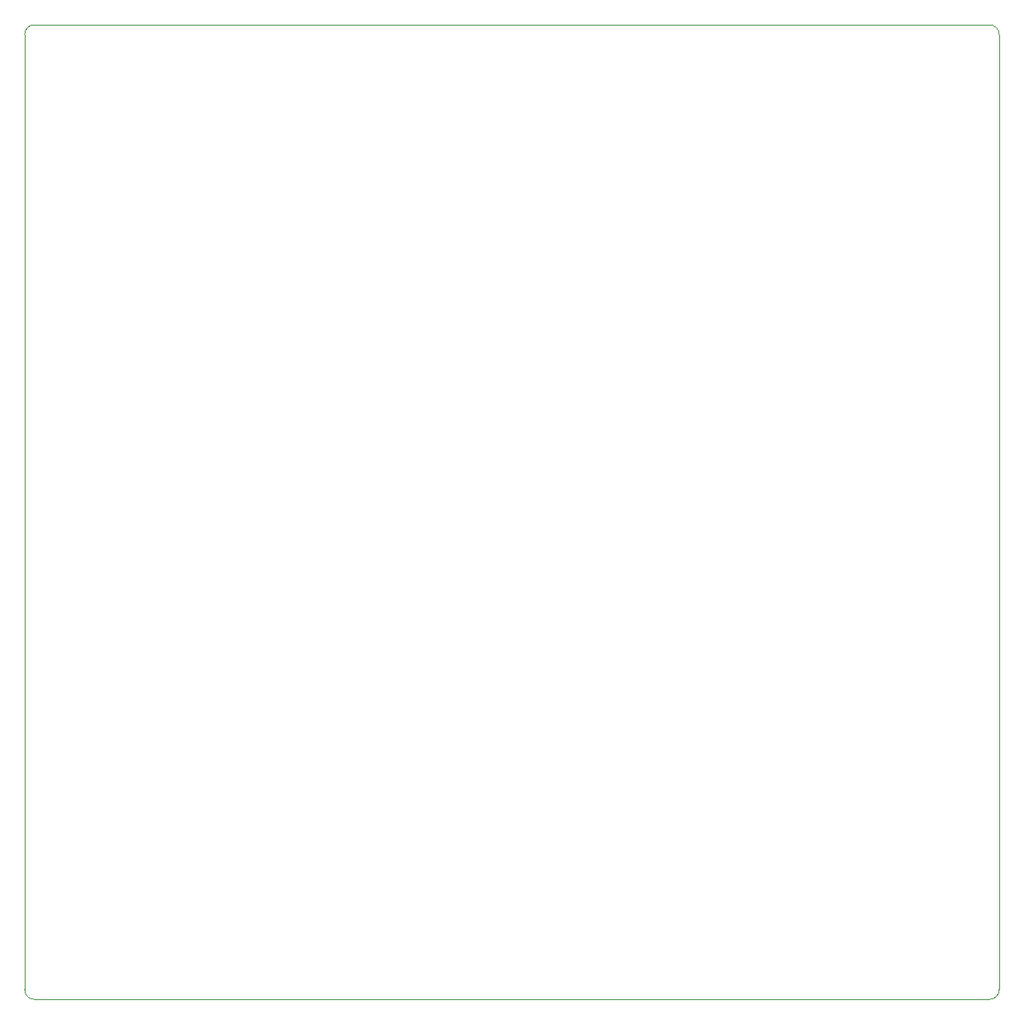
<source format=gbr>
G04 #@! TF.GenerationSoftware,KiCad,Pcbnew,(5.1.5)-3*
G04 #@! TF.CreationDate,2021-07-01T17:41:49-04:00*
G04 #@! TF.ProjectId,AM Mixer and LO Test Board,414d204d-6978-4657-9220-616e64204c4f,rev?*
G04 #@! TF.SameCoordinates,Original*
G04 #@! TF.FileFunction,Profile,NP*
%FSLAX46Y46*%
G04 Gerber Fmt 4.6, Leading zero omitted, Abs format (unit mm)*
G04 Created by KiCad (PCBNEW (5.1.5)-3) date 2021-07-01 17:41:49*
%MOMM*%
%LPD*%
G04 APERTURE LIST*
%ADD10C,0.050000*%
G04 APERTURE END LIST*
D10*
X189000000Y-50000000D02*
G75*
G02X190000000Y-51000000I0J-1000000D01*
G01*
X190000000Y-149000000D02*
G75*
G02X189000000Y-150000000I-1000000J0D01*
G01*
X91000000Y-150000000D02*
G75*
G02X90000000Y-149000000I0J1000000D01*
G01*
X90000000Y-51000000D02*
G75*
G02X91000000Y-50000000I1000000J0D01*
G01*
X90000000Y-149000000D02*
X90000000Y-51000000D01*
X189000000Y-150000000D02*
X91000000Y-150000000D01*
X190000000Y-51000000D02*
X190000000Y-149000000D01*
X91000000Y-50000000D02*
X189000000Y-50000000D01*
M02*

</source>
